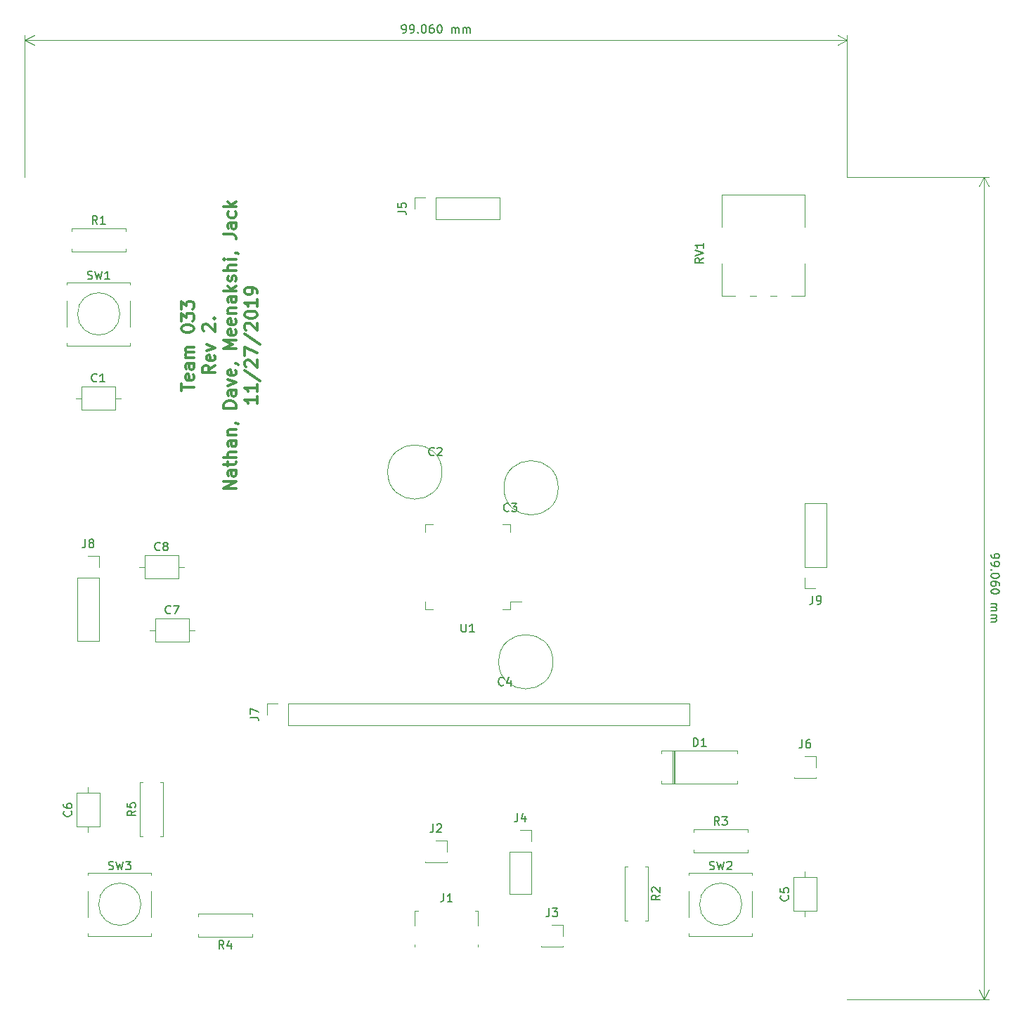
<source format=gto>
G04 #@! TF.GenerationSoftware,KiCad,Pcbnew,5.1.5-52549c5~84~ubuntu18.04.1*
G04 #@! TF.CreationDate,2019-11-27T13:31:26-05:00*
G04 #@! TF.ProjectId,miniPCB,6d696e69-5043-4422-9e6b-696361645f70,rev?*
G04 #@! TF.SameCoordinates,Original*
G04 #@! TF.FileFunction,Legend,Top*
G04 #@! TF.FilePolarity,Positive*
%FSLAX46Y46*%
G04 Gerber Fmt 4.6, Leading zero omitted, Abs format (unit mm)*
G04 Created by KiCad (PCBNEW 5.1.5-52549c5~84~ubuntu18.04.1) date 2019-11-27 13:31:26*
%MOMM*%
%LPD*%
G04 APERTURE LIST*
%ADD10C,0.300000*%
%ADD11C,0.150000*%
%ADD12C,0.120000*%
G04 APERTURE END LIST*
D10*
X122988571Y-82934285D02*
X122988571Y-82077142D01*
X124488571Y-82505714D02*
X122988571Y-82505714D01*
X124417142Y-81005714D02*
X124488571Y-81148571D01*
X124488571Y-81434285D01*
X124417142Y-81577142D01*
X124274285Y-81648571D01*
X123702857Y-81648571D01*
X123560000Y-81577142D01*
X123488571Y-81434285D01*
X123488571Y-81148571D01*
X123560000Y-81005714D01*
X123702857Y-80934285D01*
X123845714Y-80934285D01*
X123988571Y-81648571D01*
X124488571Y-79648571D02*
X123702857Y-79648571D01*
X123560000Y-79720000D01*
X123488571Y-79862857D01*
X123488571Y-80148571D01*
X123560000Y-80291428D01*
X124417142Y-79648571D02*
X124488571Y-79791428D01*
X124488571Y-80148571D01*
X124417142Y-80291428D01*
X124274285Y-80362857D01*
X124131428Y-80362857D01*
X123988571Y-80291428D01*
X123917142Y-80148571D01*
X123917142Y-79791428D01*
X123845714Y-79648571D01*
X124488571Y-78934285D02*
X123488571Y-78934285D01*
X123631428Y-78934285D02*
X123560000Y-78862857D01*
X123488571Y-78720000D01*
X123488571Y-78505714D01*
X123560000Y-78362857D01*
X123702857Y-78291428D01*
X124488571Y-78291428D01*
X123702857Y-78291428D02*
X123560000Y-78220000D01*
X123488571Y-78077142D01*
X123488571Y-77862857D01*
X123560000Y-77720000D01*
X123702857Y-77648571D01*
X124488571Y-77648571D01*
X122988571Y-75505714D02*
X122988571Y-75362857D01*
X123060000Y-75220000D01*
X123131428Y-75148571D01*
X123274285Y-75077142D01*
X123560000Y-75005714D01*
X123917142Y-75005714D01*
X124202857Y-75077142D01*
X124345714Y-75148571D01*
X124417142Y-75220000D01*
X124488571Y-75362857D01*
X124488571Y-75505714D01*
X124417142Y-75648571D01*
X124345714Y-75720000D01*
X124202857Y-75791428D01*
X123917142Y-75862857D01*
X123560000Y-75862857D01*
X123274285Y-75791428D01*
X123131428Y-75720000D01*
X123060000Y-75648571D01*
X122988571Y-75505714D01*
X122988571Y-74505714D02*
X122988571Y-73577142D01*
X123560000Y-74077142D01*
X123560000Y-73862857D01*
X123631428Y-73720000D01*
X123702857Y-73648571D01*
X123845714Y-73577142D01*
X124202857Y-73577142D01*
X124345714Y-73648571D01*
X124417142Y-73720000D01*
X124488571Y-73862857D01*
X124488571Y-74291428D01*
X124417142Y-74434285D01*
X124345714Y-74505714D01*
X122988571Y-73077142D02*
X122988571Y-72148571D01*
X123560000Y-72648571D01*
X123560000Y-72434285D01*
X123631428Y-72291428D01*
X123702857Y-72220000D01*
X123845714Y-72148571D01*
X124202857Y-72148571D01*
X124345714Y-72220000D01*
X124417142Y-72291428D01*
X124488571Y-72434285D01*
X124488571Y-72862857D01*
X124417142Y-73005714D01*
X124345714Y-73077142D01*
X127038571Y-79862857D02*
X126324285Y-80362857D01*
X127038571Y-80720000D02*
X125538571Y-80720000D01*
X125538571Y-80148571D01*
X125610000Y-80005714D01*
X125681428Y-79934285D01*
X125824285Y-79862857D01*
X126038571Y-79862857D01*
X126181428Y-79934285D01*
X126252857Y-80005714D01*
X126324285Y-80148571D01*
X126324285Y-80720000D01*
X126967142Y-78648571D02*
X127038571Y-78791428D01*
X127038571Y-79077142D01*
X126967142Y-79220000D01*
X126824285Y-79291428D01*
X126252857Y-79291428D01*
X126110000Y-79220000D01*
X126038571Y-79077142D01*
X126038571Y-78791428D01*
X126110000Y-78648571D01*
X126252857Y-78577142D01*
X126395714Y-78577142D01*
X126538571Y-79291428D01*
X126038571Y-78077142D02*
X127038571Y-77720000D01*
X126038571Y-77362857D01*
X125681428Y-75720000D02*
X125610000Y-75648571D01*
X125538571Y-75505714D01*
X125538571Y-75148571D01*
X125610000Y-75005714D01*
X125681428Y-74934285D01*
X125824285Y-74862857D01*
X125967142Y-74862857D01*
X126181428Y-74934285D01*
X127038571Y-75791428D01*
X127038571Y-74862857D01*
X126895714Y-74220000D02*
X126967142Y-74148571D01*
X127038571Y-74220000D01*
X126967142Y-74291428D01*
X126895714Y-74220000D01*
X127038571Y-74220000D01*
X129588571Y-94720000D02*
X128088571Y-94720000D01*
X129588571Y-93862857D01*
X128088571Y-93862857D01*
X129588571Y-92505714D02*
X128802857Y-92505714D01*
X128660000Y-92577142D01*
X128588571Y-92720000D01*
X128588571Y-93005714D01*
X128660000Y-93148571D01*
X129517142Y-92505714D02*
X129588571Y-92648571D01*
X129588571Y-93005714D01*
X129517142Y-93148571D01*
X129374285Y-93220000D01*
X129231428Y-93220000D01*
X129088571Y-93148571D01*
X129017142Y-93005714D01*
X129017142Y-92648571D01*
X128945714Y-92505714D01*
X128588571Y-92005714D02*
X128588571Y-91434285D01*
X128088571Y-91791428D02*
X129374285Y-91791428D01*
X129517142Y-91720000D01*
X129588571Y-91577142D01*
X129588571Y-91434285D01*
X129588571Y-90934285D02*
X128088571Y-90934285D01*
X129588571Y-90291428D02*
X128802857Y-90291428D01*
X128660000Y-90362857D01*
X128588571Y-90505714D01*
X128588571Y-90720000D01*
X128660000Y-90862857D01*
X128731428Y-90934285D01*
X129588571Y-88934285D02*
X128802857Y-88934285D01*
X128660000Y-89005714D01*
X128588571Y-89148571D01*
X128588571Y-89434285D01*
X128660000Y-89577142D01*
X129517142Y-88934285D02*
X129588571Y-89077142D01*
X129588571Y-89434285D01*
X129517142Y-89577142D01*
X129374285Y-89648571D01*
X129231428Y-89648571D01*
X129088571Y-89577142D01*
X129017142Y-89434285D01*
X129017142Y-89077142D01*
X128945714Y-88934285D01*
X128588571Y-88220000D02*
X129588571Y-88220000D01*
X128731428Y-88220000D02*
X128660000Y-88148571D01*
X128588571Y-88005714D01*
X128588571Y-87791428D01*
X128660000Y-87648571D01*
X128802857Y-87577142D01*
X129588571Y-87577142D01*
X129517142Y-86791428D02*
X129588571Y-86791428D01*
X129731428Y-86862857D01*
X129802857Y-86934285D01*
X129588571Y-85005714D02*
X128088571Y-85005714D01*
X128088571Y-84648571D01*
X128160000Y-84434285D01*
X128302857Y-84291428D01*
X128445714Y-84220000D01*
X128731428Y-84148571D01*
X128945714Y-84148571D01*
X129231428Y-84220000D01*
X129374285Y-84291428D01*
X129517142Y-84434285D01*
X129588571Y-84648571D01*
X129588571Y-85005714D01*
X129588571Y-82862857D02*
X128802857Y-82862857D01*
X128660000Y-82934285D01*
X128588571Y-83077142D01*
X128588571Y-83362857D01*
X128660000Y-83505714D01*
X129517142Y-82862857D02*
X129588571Y-83005714D01*
X129588571Y-83362857D01*
X129517142Y-83505714D01*
X129374285Y-83577142D01*
X129231428Y-83577142D01*
X129088571Y-83505714D01*
X129017142Y-83362857D01*
X129017142Y-83005714D01*
X128945714Y-82862857D01*
X128588571Y-82291428D02*
X129588571Y-81934285D01*
X128588571Y-81577142D01*
X129517142Y-80434285D02*
X129588571Y-80577142D01*
X129588571Y-80862857D01*
X129517142Y-81005714D01*
X129374285Y-81077142D01*
X128802857Y-81077142D01*
X128660000Y-81005714D01*
X128588571Y-80862857D01*
X128588571Y-80577142D01*
X128660000Y-80434285D01*
X128802857Y-80362857D01*
X128945714Y-80362857D01*
X129088571Y-81077142D01*
X129517142Y-79648571D02*
X129588571Y-79648571D01*
X129731428Y-79720000D01*
X129802857Y-79791428D01*
X129588571Y-77862857D02*
X128088571Y-77862857D01*
X129160000Y-77362857D01*
X128088571Y-76862857D01*
X129588571Y-76862857D01*
X129517142Y-75577142D02*
X129588571Y-75720000D01*
X129588571Y-76005714D01*
X129517142Y-76148571D01*
X129374285Y-76220000D01*
X128802857Y-76220000D01*
X128660000Y-76148571D01*
X128588571Y-76005714D01*
X128588571Y-75720000D01*
X128660000Y-75577142D01*
X128802857Y-75505714D01*
X128945714Y-75505714D01*
X129088571Y-76220000D01*
X129517142Y-74291428D02*
X129588571Y-74434285D01*
X129588571Y-74720000D01*
X129517142Y-74862857D01*
X129374285Y-74934285D01*
X128802857Y-74934285D01*
X128660000Y-74862857D01*
X128588571Y-74720000D01*
X128588571Y-74434285D01*
X128660000Y-74291428D01*
X128802857Y-74220000D01*
X128945714Y-74220000D01*
X129088571Y-74934285D01*
X128588571Y-73577142D02*
X129588571Y-73577142D01*
X128731428Y-73577142D02*
X128660000Y-73505714D01*
X128588571Y-73362857D01*
X128588571Y-73148571D01*
X128660000Y-73005714D01*
X128802857Y-72934285D01*
X129588571Y-72934285D01*
X129588571Y-71577142D02*
X128802857Y-71577142D01*
X128660000Y-71648571D01*
X128588571Y-71791428D01*
X128588571Y-72077142D01*
X128660000Y-72220000D01*
X129517142Y-71577142D02*
X129588571Y-71720000D01*
X129588571Y-72077142D01*
X129517142Y-72220000D01*
X129374285Y-72291428D01*
X129231428Y-72291428D01*
X129088571Y-72220000D01*
X129017142Y-72077142D01*
X129017142Y-71720000D01*
X128945714Y-71577142D01*
X129588571Y-70862857D02*
X128088571Y-70862857D01*
X129017142Y-70720000D02*
X129588571Y-70291428D01*
X128588571Y-70291428D02*
X129160000Y-70862857D01*
X129517142Y-69720000D02*
X129588571Y-69577142D01*
X129588571Y-69291428D01*
X129517142Y-69148571D01*
X129374285Y-69077142D01*
X129302857Y-69077142D01*
X129160000Y-69148571D01*
X129088571Y-69291428D01*
X129088571Y-69505714D01*
X129017142Y-69648571D01*
X128874285Y-69720000D01*
X128802857Y-69720000D01*
X128660000Y-69648571D01*
X128588571Y-69505714D01*
X128588571Y-69291428D01*
X128660000Y-69148571D01*
X129588571Y-68434285D02*
X128088571Y-68434285D01*
X129588571Y-67791428D02*
X128802857Y-67791428D01*
X128660000Y-67862857D01*
X128588571Y-68005714D01*
X128588571Y-68220000D01*
X128660000Y-68362857D01*
X128731428Y-68434285D01*
X129588571Y-67077142D02*
X128588571Y-67077142D01*
X128088571Y-67077142D02*
X128160000Y-67148571D01*
X128231428Y-67077142D01*
X128160000Y-67005714D01*
X128088571Y-67077142D01*
X128231428Y-67077142D01*
X129517142Y-66291428D02*
X129588571Y-66291428D01*
X129731428Y-66362857D01*
X129802857Y-66434285D01*
X128088571Y-64077142D02*
X129160000Y-64077142D01*
X129374285Y-64148571D01*
X129517142Y-64291428D01*
X129588571Y-64505714D01*
X129588571Y-64648571D01*
X129588571Y-62720000D02*
X128802857Y-62720000D01*
X128660000Y-62791428D01*
X128588571Y-62934285D01*
X128588571Y-63220000D01*
X128660000Y-63362857D01*
X129517142Y-62720000D02*
X129588571Y-62862857D01*
X129588571Y-63220000D01*
X129517142Y-63362857D01*
X129374285Y-63434285D01*
X129231428Y-63434285D01*
X129088571Y-63362857D01*
X129017142Y-63220000D01*
X129017142Y-62862857D01*
X128945714Y-62720000D01*
X129517142Y-61362857D02*
X129588571Y-61505714D01*
X129588571Y-61791428D01*
X129517142Y-61934285D01*
X129445714Y-62005714D01*
X129302857Y-62077142D01*
X128874285Y-62077142D01*
X128731428Y-62005714D01*
X128660000Y-61934285D01*
X128588571Y-61791428D01*
X128588571Y-61505714D01*
X128660000Y-61362857D01*
X129588571Y-60720000D02*
X128088571Y-60720000D01*
X129017142Y-60577142D02*
X129588571Y-60148571D01*
X128588571Y-60148571D02*
X129160000Y-60720000D01*
X132138571Y-83612857D02*
X132138571Y-84470000D01*
X132138571Y-84041428D02*
X130638571Y-84041428D01*
X130852857Y-84184285D01*
X130995714Y-84327142D01*
X131067142Y-84470000D01*
X132138571Y-82184285D02*
X132138571Y-83041428D01*
X132138571Y-82612857D02*
X130638571Y-82612857D01*
X130852857Y-82755714D01*
X130995714Y-82898571D01*
X131067142Y-83041428D01*
X130567142Y-80470000D02*
X132495714Y-81755714D01*
X130781428Y-80041428D02*
X130710000Y-79970000D01*
X130638571Y-79827142D01*
X130638571Y-79470000D01*
X130710000Y-79327142D01*
X130781428Y-79255714D01*
X130924285Y-79184285D01*
X131067142Y-79184285D01*
X131281428Y-79255714D01*
X132138571Y-80112857D01*
X132138571Y-79184285D01*
X130638571Y-78684285D02*
X130638571Y-77684285D01*
X132138571Y-78327142D01*
X130567142Y-76041428D02*
X132495714Y-77327142D01*
X130781428Y-75612857D02*
X130710000Y-75541428D01*
X130638571Y-75398571D01*
X130638571Y-75041428D01*
X130710000Y-74898571D01*
X130781428Y-74827142D01*
X130924285Y-74755714D01*
X131067142Y-74755714D01*
X131281428Y-74827142D01*
X132138571Y-75684285D01*
X132138571Y-74755714D01*
X130638571Y-73827142D02*
X130638571Y-73684285D01*
X130710000Y-73541428D01*
X130781428Y-73470000D01*
X130924285Y-73398571D01*
X131210000Y-73327142D01*
X131567142Y-73327142D01*
X131852857Y-73398571D01*
X131995714Y-73470000D01*
X132067142Y-73541428D01*
X132138571Y-73684285D01*
X132138571Y-73827142D01*
X132067142Y-73970000D01*
X131995714Y-74041428D01*
X131852857Y-74112857D01*
X131567142Y-74184285D01*
X131210000Y-74184285D01*
X130924285Y-74112857D01*
X130781428Y-74041428D01*
X130710000Y-73970000D01*
X130638571Y-73827142D01*
X132138571Y-71898571D02*
X132138571Y-72755714D01*
X132138571Y-72327142D02*
X130638571Y-72327142D01*
X130852857Y-72470000D01*
X130995714Y-72612857D01*
X131067142Y-72755714D01*
X132138571Y-71184285D02*
X132138571Y-70898571D01*
X132067142Y-70755714D01*
X131995714Y-70684285D01*
X131781428Y-70541428D01*
X131495714Y-70470000D01*
X130924285Y-70470000D01*
X130781428Y-70541428D01*
X130710000Y-70612857D01*
X130638571Y-70755714D01*
X130638571Y-71041428D01*
X130710000Y-71184285D01*
X130781428Y-71255714D01*
X130924285Y-71327142D01*
X131281428Y-71327142D01*
X131424285Y-71255714D01*
X131495714Y-71184285D01*
X131567142Y-71041428D01*
X131567142Y-70755714D01*
X131495714Y-70612857D01*
X131424285Y-70541428D01*
X131281428Y-70470000D01*
D11*
X220527619Y-102632380D02*
X220527619Y-102822857D01*
X220575238Y-102918095D01*
X220622857Y-102965714D01*
X220765714Y-103060952D01*
X220956190Y-103108571D01*
X221337142Y-103108571D01*
X221432380Y-103060952D01*
X221480000Y-103013333D01*
X221527619Y-102918095D01*
X221527619Y-102727619D01*
X221480000Y-102632380D01*
X221432380Y-102584761D01*
X221337142Y-102537142D01*
X221099047Y-102537142D01*
X221003809Y-102584761D01*
X220956190Y-102632380D01*
X220908571Y-102727619D01*
X220908571Y-102918095D01*
X220956190Y-103013333D01*
X221003809Y-103060952D01*
X221099047Y-103108571D01*
X220527619Y-103584761D02*
X220527619Y-103775238D01*
X220575238Y-103870476D01*
X220622857Y-103918095D01*
X220765714Y-104013333D01*
X220956190Y-104060952D01*
X221337142Y-104060952D01*
X221432380Y-104013333D01*
X221480000Y-103965714D01*
X221527619Y-103870476D01*
X221527619Y-103680000D01*
X221480000Y-103584761D01*
X221432380Y-103537142D01*
X221337142Y-103489523D01*
X221099047Y-103489523D01*
X221003809Y-103537142D01*
X220956190Y-103584761D01*
X220908571Y-103680000D01*
X220908571Y-103870476D01*
X220956190Y-103965714D01*
X221003809Y-104013333D01*
X221099047Y-104060952D01*
X220622857Y-104489523D02*
X220575238Y-104537142D01*
X220527619Y-104489523D01*
X220575238Y-104441904D01*
X220622857Y-104489523D01*
X220527619Y-104489523D01*
X221527619Y-105156190D02*
X221527619Y-105251428D01*
X221480000Y-105346666D01*
X221432380Y-105394285D01*
X221337142Y-105441904D01*
X221146666Y-105489523D01*
X220908571Y-105489523D01*
X220718095Y-105441904D01*
X220622857Y-105394285D01*
X220575238Y-105346666D01*
X220527619Y-105251428D01*
X220527619Y-105156190D01*
X220575238Y-105060952D01*
X220622857Y-105013333D01*
X220718095Y-104965714D01*
X220908571Y-104918095D01*
X221146666Y-104918095D01*
X221337142Y-104965714D01*
X221432380Y-105013333D01*
X221480000Y-105060952D01*
X221527619Y-105156190D01*
X221527619Y-106346666D02*
X221527619Y-106156190D01*
X221480000Y-106060952D01*
X221432380Y-106013333D01*
X221289523Y-105918095D01*
X221099047Y-105870476D01*
X220718095Y-105870476D01*
X220622857Y-105918095D01*
X220575238Y-105965714D01*
X220527619Y-106060952D01*
X220527619Y-106251428D01*
X220575238Y-106346666D01*
X220622857Y-106394285D01*
X220718095Y-106441904D01*
X220956190Y-106441904D01*
X221051428Y-106394285D01*
X221099047Y-106346666D01*
X221146666Y-106251428D01*
X221146666Y-106060952D01*
X221099047Y-105965714D01*
X221051428Y-105918095D01*
X220956190Y-105870476D01*
X221527619Y-107060952D02*
X221527619Y-107156190D01*
X221480000Y-107251428D01*
X221432380Y-107299047D01*
X221337142Y-107346666D01*
X221146666Y-107394285D01*
X220908571Y-107394285D01*
X220718095Y-107346666D01*
X220622857Y-107299047D01*
X220575238Y-107251428D01*
X220527619Y-107156190D01*
X220527619Y-107060952D01*
X220575238Y-106965714D01*
X220622857Y-106918095D01*
X220718095Y-106870476D01*
X220908571Y-106822857D01*
X221146666Y-106822857D01*
X221337142Y-106870476D01*
X221432380Y-106918095D01*
X221480000Y-106965714D01*
X221527619Y-107060952D01*
X220527619Y-108584761D02*
X221194285Y-108584761D01*
X221099047Y-108584761D02*
X221146666Y-108632380D01*
X221194285Y-108727619D01*
X221194285Y-108870476D01*
X221146666Y-108965714D01*
X221051428Y-109013333D01*
X220527619Y-109013333D01*
X221051428Y-109013333D02*
X221146666Y-109060952D01*
X221194285Y-109156190D01*
X221194285Y-109299047D01*
X221146666Y-109394285D01*
X221051428Y-109441904D01*
X220527619Y-109441904D01*
X220527619Y-109918095D02*
X221194285Y-109918095D01*
X221099047Y-109918095D02*
X221146666Y-109965714D01*
X221194285Y-110060952D01*
X221194285Y-110203809D01*
X221146666Y-110299047D01*
X221051428Y-110346666D01*
X220527619Y-110346666D01*
X221051428Y-110346666D02*
X221146666Y-110394285D01*
X221194285Y-110489523D01*
X221194285Y-110632380D01*
X221146666Y-110727619D01*
X221051428Y-110775238D01*
X220527619Y-110775238D01*
D12*
X219710000Y-57150000D02*
X219710000Y-156210000D01*
X203200000Y-57150000D02*
X220296421Y-57150000D01*
X203200000Y-156210000D02*
X220296421Y-156210000D01*
X219710000Y-156210000D02*
X219123579Y-155083496D01*
X219710000Y-156210000D02*
X220296421Y-155083496D01*
X219710000Y-57150000D02*
X219123579Y-58276504D01*
X219710000Y-57150000D02*
X220296421Y-58276504D01*
D11*
X149622380Y-39822380D02*
X149812857Y-39822380D01*
X149908095Y-39774761D01*
X149955714Y-39727142D01*
X150050952Y-39584285D01*
X150098571Y-39393809D01*
X150098571Y-39012857D01*
X150050952Y-38917619D01*
X150003333Y-38870000D01*
X149908095Y-38822380D01*
X149717619Y-38822380D01*
X149622380Y-38870000D01*
X149574761Y-38917619D01*
X149527142Y-39012857D01*
X149527142Y-39250952D01*
X149574761Y-39346190D01*
X149622380Y-39393809D01*
X149717619Y-39441428D01*
X149908095Y-39441428D01*
X150003333Y-39393809D01*
X150050952Y-39346190D01*
X150098571Y-39250952D01*
X150574761Y-39822380D02*
X150765238Y-39822380D01*
X150860476Y-39774761D01*
X150908095Y-39727142D01*
X151003333Y-39584285D01*
X151050952Y-39393809D01*
X151050952Y-39012857D01*
X151003333Y-38917619D01*
X150955714Y-38870000D01*
X150860476Y-38822380D01*
X150670000Y-38822380D01*
X150574761Y-38870000D01*
X150527142Y-38917619D01*
X150479523Y-39012857D01*
X150479523Y-39250952D01*
X150527142Y-39346190D01*
X150574761Y-39393809D01*
X150670000Y-39441428D01*
X150860476Y-39441428D01*
X150955714Y-39393809D01*
X151003333Y-39346190D01*
X151050952Y-39250952D01*
X151479523Y-39727142D02*
X151527142Y-39774761D01*
X151479523Y-39822380D01*
X151431904Y-39774761D01*
X151479523Y-39727142D01*
X151479523Y-39822380D01*
X152146190Y-38822380D02*
X152241428Y-38822380D01*
X152336666Y-38870000D01*
X152384285Y-38917619D01*
X152431904Y-39012857D01*
X152479523Y-39203333D01*
X152479523Y-39441428D01*
X152431904Y-39631904D01*
X152384285Y-39727142D01*
X152336666Y-39774761D01*
X152241428Y-39822380D01*
X152146190Y-39822380D01*
X152050952Y-39774761D01*
X152003333Y-39727142D01*
X151955714Y-39631904D01*
X151908095Y-39441428D01*
X151908095Y-39203333D01*
X151955714Y-39012857D01*
X152003333Y-38917619D01*
X152050952Y-38870000D01*
X152146190Y-38822380D01*
X153336666Y-38822380D02*
X153146190Y-38822380D01*
X153050952Y-38870000D01*
X153003333Y-38917619D01*
X152908095Y-39060476D01*
X152860476Y-39250952D01*
X152860476Y-39631904D01*
X152908095Y-39727142D01*
X152955714Y-39774761D01*
X153050952Y-39822380D01*
X153241428Y-39822380D01*
X153336666Y-39774761D01*
X153384285Y-39727142D01*
X153431904Y-39631904D01*
X153431904Y-39393809D01*
X153384285Y-39298571D01*
X153336666Y-39250952D01*
X153241428Y-39203333D01*
X153050952Y-39203333D01*
X152955714Y-39250952D01*
X152908095Y-39298571D01*
X152860476Y-39393809D01*
X154050952Y-38822380D02*
X154146190Y-38822380D01*
X154241428Y-38870000D01*
X154289047Y-38917619D01*
X154336666Y-39012857D01*
X154384285Y-39203333D01*
X154384285Y-39441428D01*
X154336666Y-39631904D01*
X154289047Y-39727142D01*
X154241428Y-39774761D01*
X154146190Y-39822380D01*
X154050952Y-39822380D01*
X153955714Y-39774761D01*
X153908095Y-39727142D01*
X153860476Y-39631904D01*
X153812857Y-39441428D01*
X153812857Y-39203333D01*
X153860476Y-39012857D01*
X153908095Y-38917619D01*
X153955714Y-38870000D01*
X154050952Y-38822380D01*
X155574761Y-39822380D02*
X155574761Y-39155714D01*
X155574761Y-39250952D02*
X155622380Y-39203333D01*
X155717619Y-39155714D01*
X155860476Y-39155714D01*
X155955714Y-39203333D01*
X156003333Y-39298571D01*
X156003333Y-39822380D01*
X156003333Y-39298571D02*
X156050952Y-39203333D01*
X156146190Y-39155714D01*
X156289047Y-39155714D01*
X156384285Y-39203333D01*
X156431904Y-39298571D01*
X156431904Y-39822380D01*
X156908095Y-39822380D02*
X156908095Y-39155714D01*
X156908095Y-39250952D02*
X156955714Y-39203333D01*
X157050952Y-39155714D01*
X157193809Y-39155714D01*
X157289047Y-39203333D01*
X157336666Y-39298571D01*
X157336666Y-39822380D01*
X157336666Y-39298571D02*
X157384285Y-39203333D01*
X157479523Y-39155714D01*
X157622380Y-39155714D01*
X157717619Y-39203333D01*
X157765238Y-39298571D01*
X157765238Y-39822380D01*
D12*
X104140000Y-40640000D02*
X203200000Y-40640000D01*
X104140000Y-57150000D02*
X104140000Y-40053579D01*
X203200000Y-57150000D02*
X203200000Y-40053579D01*
X203200000Y-40640000D02*
X202073496Y-41226421D01*
X203200000Y-40640000D02*
X202073496Y-40053579D01*
X104140000Y-40640000D02*
X105266504Y-41226421D01*
X104140000Y-40640000D02*
X105266504Y-40053579D01*
X154380000Y-92710000D02*
G75*
G03X154380000Y-92710000I-3270000J0D01*
G01*
X167755000Y-115570000D02*
G75*
G03X167755000Y-115570000I-3270000J0D01*
G01*
X168390000Y-94615000D02*
G75*
G03X168390000Y-94615000I-3270000J0D01*
G01*
X162590000Y-108300000D02*
X163930000Y-108300000D01*
X162590000Y-109250000D02*
X162590000Y-108300000D01*
X161640000Y-109250000D02*
X162590000Y-109250000D01*
X152370000Y-109250000D02*
X152370000Y-108300000D01*
X153320000Y-109250000D02*
X152370000Y-109250000D01*
X162590000Y-99030000D02*
X162590000Y-99980000D01*
X161640000Y-99030000D02*
X162590000Y-99030000D01*
X152370000Y-99030000D02*
X152370000Y-99980000D01*
X153320000Y-99030000D02*
X152370000Y-99030000D01*
X118110000Y-144780000D02*
G75*
G03X118110000Y-144780000I-2540000J0D01*
G01*
X111760000Y-148290000D02*
X111760000Y-148590000D01*
X119380000Y-148290000D02*
X119380000Y-148590000D01*
X111760000Y-143210000D02*
X111760000Y-146350000D01*
X119380000Y-143210000D02*
X119380000Y-146350000D01*
X111760000Y-140970000D02*
X111760000Y-141270000D01*
X119380000Y-148590000D02*
X111760000Y-148590000D01*
X119380000Y-140970000D02*
X119380000Y-141270000D01*
X111760000Y-140970000D02*
X119380000Y-140970000D01*
X190500000Y-144780000D02*
G75*
G03X190500000Y-144780000I-2540000J0D01*
G01*
X184150000Y-148290000D02*
X184150000Y-148590000D01*
X191770000Y-148290000D02*
X191770000Y-148590000D01*
X184150000Y-143210000D02*
X184150000Y-146350000D01*
X191770000Y-143210000D02*
X191770000Y-146350000D01*
X184150000Y-140970000D02*
X184150000Y-141270000D01*
X191770000Y-148590000D02*
X184150000Y-148590000D01*
X191770000Y-140970000D02*
X191770000Y-141270000D01*
X184150000Y-140970000D02*
X191770000Y-140970000D01*
X115570000Y-73660000D02*
G75*
G03X115570000Y-73660000I-2540000J0D01*
G01*
X109220000Y-77170000D02*
X109220000Y-77470000D01*
X116840000Y-77170000D02*
X116840000Y-77470000D01*
X109220000Y-72090000D02*
X109220000Y-75230000D01*
X116840000Y-72090000D02*
X116840000Y-75230000D01*
X109220000Y-69850000D02*
X109220000Y-70150000D01*
X116840000Y-77470000D02*
X109220000Y-77470000D01*
X116840000Y-69850000D02*
X116840000Y-70150000D01*
X109220000Y-69850000D02*
X116840000Y-69850000D01*
X188059000Y-59270000D02*
X198100000Y-59270000D01*
X196450000Y-71510000D02*
X198100000Y-71510000D01*
X193951000Y-71510000D02*
X194710000Y-71510000D01*
X191451000Y-71510000D02*
X192210000Y-71510000D01*
X188059000Y-71510000D02*
X189709000Y-71510000D01*
X198100000Y-63206000D02*
X198100000Y-59270000D01*
X198100000Y-71510000D02*
X198100000Y-67573000D01*
X188059000Y-63206000D02*
X188059000Y-59270000D01*
X188059000Y-71510000D02*
X188059000Y-67573000D01*
X120750000Y-130080000D02*
X120420000Y-130080000D01*
X120750000Y-136620000D02*
X120750000Y-130080000D01*
X120420000Y-136620000D02*
X120750000Y-136620000D01*
X118010000Y-130080000D02*
X118340000Y-130080000D01*
X118010000Y-136620000D02*
X118010000Y-130080000D01*
X118340000Y-136620000D02*
X118010000Y-136620000D01*
X125000000Y-145950000D02*
X125000000Y-146280000D01*
X131540000Y-145950000D02*
X125000000Y-145950000D01*
X131540000Y-146280000D02*
X131540000Y-145950000D01*
X125000000Y-148690000D02*
X125000000Y-148360000D01*
X131540000Y-148690000D02*
X125000000Y-148690000D01*
X131540000Y-148360000D02*
X131540000Y-148690000D01*
X191230000Y-138530000D02*
X191230000Y-138200000D01*
X184690000Y-138530000D02*
X191230000Y-138530000D01*
X184690000Y-138200000D02*
X184690000Y-138530000D01*
X191230000Y-135790000D02*
X191230000Y-136120000D01*
X184690000Y-135790000D02*
X191230000Y-135790000D01*
X184690000Y-136120000D02*
X184690000Y-135790000D01*
X176430000Y-146780000D02*
X176760000Y-146780000D01*
X176430000Y-140240000D02*
X176430000Y-146780000D01*
X176760000Y-140240000D02*
X176430000Y-140240000D01*
X179170000Y-146780000D02*
X178840000Y-146780000D01*
X179170000Y-140240000D02*
X179170000Y-146780000D01*
X178840000Y-140240000D02*
X179170000Y-140240000D01*
X116300000Y-66140000D02*
X116300000Y-65810000D01*
X109760000Y-66140000D02*
X116300000Y-66140000D01*
X109760000Y-65810000D02*
X109760000Y-66140000D01*
X116300000Y-63400000D02*
X116300000Y-63730000D01*
X109760000Y-63400000D02*
X116300000Y-63400000D01*
X109760000Y-63730000D02*
X109760000Y-63400000D01*
X199390000Y-106740000D02*
X198060000Y-106740000D01*
X198060000Y-106740000D02*
X198060000Y-105410000D01*
X198060000Y-104140000D02*
X198060000Y-96460000D01*
X200720000Y-96460000D02*
X198060000Y-96460000D01*
X200720000Y-104140000D02*
X200720000Y-96460000D01*
X200720000Y-104140000D02*
X198060000Y-104140000D01*
X111760000Y-102810000D02*
X113090000Y-102810000D01*
X113090000Y-102810000D02*
X113090000Y-104140000D01*
X113090000Y-105410000D02*
X113090000Y-113090000D01*
X110430000Y-113090000D02*
X113090000Y-113090000D01*
X110430000Y-105410000D02*
X110430000Y-113090000D01*
X110430000Y-105410000D02*
X113090000Y-105410000D01*
X133290000Y-121920000D02*
X133290000Y-120590000D01*
X133290000Y-120590000D02*
X134620000Y-120590000D01*
X135890000Y-120590000D02*
X184210000Y-120590000D01*
X184210000Y-123250000D02*
X184210000Y-120590000D01*
X135890000Y-123250000D02*
X184210000Y-123250000D01*
X135890000Y-123250000D02*
X135890000Y-120590000D01*
X198120000Y-126940000D02*
X199450000Y-126940000D01*
X199450000Y-126940000D02*
X199450000Y-128270000D01*
X199450000Y-129480000D02*
X199450000Y-129600000D01*
X196790000Y-129480000D02*
X196790000Y-129600000D01*
X196790000Y-129600000D02*
X199450000Y-129600000D01*
X151070000Y-60960000D02*
X151070000Y-59630000D01*
X151070000Y-59630000D02*
X152400000Y-59630000D01*
X153670000Y-59630000D02*
X161350000Y-59630000D01*
X161350000Y-62290000D02*
X161350000Y-59630000D01*
X153670000Y-62290000D02*
X161350000Y-62290000D01*
X153670000Y-62290000D02*
X153670000Y-59630000D01*
X163830000Y-135830000D02*
X165160000Y-135830000D01*
X165160000Y-135830000D02*
X165160000Y-137160000D01*
X165160000Y-138430000D02*
X165160000Y-143570000D01*
X162500000Y-143570000D02*
X165160000Y-143570000D01*
X162500000Y-138430000D02*
X162500000Y-143570000D01*
X162500000Y-138430000D02*
X165160000Y-138430000D01*
X167640000Y-147260000D02*
X168970000Y-147260000D01*
X168970000Y-147260000D02*
X168970000Y-148590000D01*
X168970000Y-149800000D02*
X168970000Y-149920000D01*
X166310000Y-149800000D02*
X166310000Y-149920000D01*
X166310000Y-149920000D02*
X168970000Y-149920000D01*
X153670000Y-137100000D02*
X155000000Y-137100000D01*
X155000000Y-137100000D02*
X155000000Y-138430000D01*
X155000000Y-139640000D02*
X155000000Y-139760000D01*
X152340000Y-139640000D02*
X152340000Y-139760000D01*
X152340000Y-139760000D02*
X155000000Y-139760000D01*
X151130000Y-149920000D02*
X151130000Y-149660000D01*
X151130000Y-147380000D02*
X151130000Y-145610000D01*
X151130000Y-145610000D02*
X151510000Y-145610000D01*
X158750000Y-145610000D02*
X158750000Y-147380000D01*
X158750000Y-149660000D02*
X158750000Y-149920000D01*
X158750000Y-145610000D02*
X158370000Y-145610000D01*
X182185000Y-126300000D02*
X182185000Y-130240000D01*
X182425000Y-126300000D02*
X182425000Y-130240000D01*
X182305000Y-126300000D02*
X182305000Y-130240000D01*
X189990000Y-130240000D02*
X189990000Y-129910000D01*
X180850000Y-130240000D02*
X189990000Y-130240000D01*
X180850000Y-129910000D02*
X180850000Y-130240000D01*
X189990000Y-126300000D02*
X189990000Y-126630000D01*
X180850000Y-126300000D02*
X189990000Y-126300000D01*
X180850000Y-126630000D02*
X180850000Y-126300000D01*
X123300000Y-104140000D02*
X122610000Y-104140000D01*
X117880000Y-104140000D02*
X118570000Y-104140000D01*
X122610000Y-102720000D02*
X118570000Y-102720000D01*
X122610000Y-105560000D02*
X122610000Y-102720000D01*
X118570000Y-105560000D02*
X122610000Y-105560000D01*
X118570000Y-102720000D02*
X118570000Y-105560000D01*
X124570000Y-111760000D02*
X123880000Y-111760000D01*
X119150000Y-111760000D02*
X119840000Y-111760000D01*
X123880000Y-110340000D02*
X119840000Y-110340000D01*
X123880000Y-113180000D02*
X123880000Y-110340000D01*
X119840000Y-113180000D02*
X123880000Y-113180000D01*
X119840000Y-110340000D02*
X119840000Y-113180000D01*
X111760000Y-130700000D02*
X111760000Y-131390000D01*
X111760000Y-136120000D02*
X111760000Y-135430000D01*
X110340000Y-131390000D02*
X110340000Y-135430000D01*
X113180000Y-131390000D02*
X110340000Y-131390000D01*
X113180000Y-135430000D02*
X113180000Y-131390000D01*
X110340000Y-135430000D02*
X113180000Y-135430000D01*
X198120000Y-140860000D02*
X198120000Y-141550000D01*
X198120000Y-146280000D02*
X198120000Y-145590000D01*
X196700000Y-141550000D02*
X196700000Y-145590000D01*
X199540000Y-141550000D02*
X196700000Y-141550000D01*
X199540000Y-145590000D02*
X199540000Y-141550000D01*
X196700000Y-145590000D02*
X199540000Y-145590000D01*
X115680000Y-83820000D02*
X114990000Y-83820000D01*
X110260000Y-83820000D02*
X110950000Y-83820000D01*
X114990000Y-82400000D02*
X110950000Y-82400000D01*
X114990000Y-85240000D02*
X114990000Y-82400000D01*
X110950000Y-85240000D02*
X114990000Y-85240000D01*
X110950000Y-82400000D02*
X110950000Y-85240000D01*
D11*
X153443333Y-90647142D02*
X153395714Y-90694761D01*
X153252857Y-90742380D01*
X153157619Y-90742380D01*
X153014761Y-90694761D01*
X152919523Y-90599523D01*
X152871904Y-90504285D01*
X152824285Y-90313809D01*
X152824285Y-90170952D01*
X152871904Y-89980476D01*
X152919523Y-89885238D01*
X153014761Y-89790000D01*
X153157619Y-89742380D01*
X153252857Y-89742380D01*
X153395714Y-89790000D01*
X153443333Y-89837619D01*
X153824285Y-89837619D02*
X153871904Y-89790000D01*
X153967142Y-89742380D01*
X154205238Y-89742380D01*
X154300476Y-89790000D01*
X154348095Y-89837619D01*
X154395714Y-89932857D01*
X154395714Y-90028095D01*
X154348095Y-90170952D01*
X153776666Y-90742380D01*
X154395714Y-90742380D01*
X161818333Y-118347142D02*
X161770714Y-118394761D01*
X161627857Y-118442380D01*
X161532619Y-118442380D01*
X161389761Y-118394761D01*
X161294523Y-118299523D01*
X161246904Y-118204285D01*
X161199285Y-118013809D01*
X161199285Y-117870952D01*
X161246904Y-117680476D01*
X161294523Y-117585238D01*
X161389761Y-117490000D01*
X161532619Y-117442380D01*
X161627857Y-117442380D01*
X161770714Y-117490000D01*
X161818333Y-117537619D01*
X162675476Y-117775714D02*
X162675476Y-118442380D01*
X162437380Y-117394761D02*
X162199285Y-118109047D01*
X162818333Y-118109047D01*
X162453333Y-97392142D02*
X162405714Y-97439761D01*
X162262857Y-97487380D01*
X162167619Y-97487380D01*
X162024761Y-97439761D01*
X161929523Y-97344523D01*
X161881904Y-97249285D01*
X161834285Y-97058809D01*
X161834285Y-96915952D01*
X161881904Y-96725476D01*
X161929523Y-96630238D01*
X162024761Y-96535000D01*
X162167619Y-96487380D01*
X162262857Y-96487380D01*
X162405714Y-96535000D01*
X162453333Y-96582619D01*
X162786666Y-96487380D02*
X163405714Y-96487380D01*
X163072380Y-96868333D01*
X163215238Y-96868333D01*
X163310476Y-96915952D01*
X163358095Y-96963571D01*
X163405714Y-97058809D01*
X163405714Y-97296904D01*
X163358095Y-97392142D01*
X163310476Y-97439761D01*
X163215238Y-97487380D01*
X162929523Y-97487380D01*
X162834285Y-97439761D01*
X162786666Y-97392142D01*
X156718095Y-110992380D02*
X156718095Y-111801904D01*
X156765714Y-111897142D01*
X156813333Y-111944761D01*
X156908571Y-111992380D01*
X157099047Y-111992380D01*
X157194285Y-111944761D01*
X157241904Y-111897142D01*
X157289523Y-111801904D01*
X157289523Y-110992380D01*
X158289523Y-111992380D02*
X157718095Y-111992380D01*
X158003809Y-111992380D02*
X158003809Y-110992380D01*
X157908571Y-111135238D01*
X157813333Y-111230476D01*
X157718095Y-111278095D01*
X114236666Y-140564761D02*
X114379523Y-140612380D01*
X114617619Y-140612380D01*
X114712857Y-140564761D01*
X114760476Y-140517142D01*
X114808095Y-140421904D01*
X114808095Y-140326666D01*
X114760476Y-140231428D01*
X114712857Y-140183809D01*
X114617619Y-140136190D01*
X114427142Y-140088571D01*
X114331904Y-140040952D01*
X114284285Y-139993333D01*
X114236666Y-139898095D01*
X114236666Y-139802857D01*
X114284285Y-139707619D01*
X114331904Y-139660000D01*
X114427142Y-139612380D01*
X114665238Y-139612380D01*
X114808095Y-139660000D01*
X115141428Y-139612380D02*
X115379523Y-140612380D01*
X115570000Y-139898095D01*
X115760476Y-140612380D01*
X115998571Y-139612380D01*
X116284285Y-139612380D02*
X116903333Y-139612380D01*
X116570000Y-139993333D01*
X116712857Y-139993333D01*
X116808095Y-140040952D01*
X116855714Y-140088571D01*
X116903333Y-140183809D01*
X116903333Y-140421904D01*
X116855714Y-140517142D01*
X116808095Y-140564761D01*
X116712857Y-140612380D01*
X116427142Y-140612380D01*
X116331904Y-140564761D01*
X116284285Y-140517142D01*
X186626666Y-140564761D02*
X186769523Y-140612380D01*
X187007619Y-140612380D01*
X187102857Y-140564761D01*
X187150476Y-140517142D01*
X187198095Y-140421904D01*
X187198095Y-140326666D01*
X187150476Y-140231428D01*
X187102857Y-140183809D01*
X187007619Y-140136190D01*
X186817142Y-140088571D01*
X186721904Y-140040952D01*
X186674285Y-139993333D01*
X186626666Y-139898095D01*
X186626666Y-139802857D01*
X186674285Y-139707619D01*
X186721904Y-139660000D01*
X186817142Y-139612380D01*
X187055238Y-139612380D01*
X187198095Y-139660000D01*
X187531428Y-139612380D02*
X187769523Y-140612380D01*
X187960000Y-139898095D01*
X188150476Y-140612380D01*
X188388571Y-139612380D01*
X188721904Y-139707619D02*
X188769523Y-139660000D01*
X188864761Y-139612380D01*
X189102857Y-139612380D01*
X189198095Y-139660000D01*
X189245714Y-139707619D01*
X189293333Y-139802857D01*
X189293333Y-139898095D01*
X189245714Y-140040952D01*
X188674285Y-140612380D01*
X189293333Y-140612380D01*
X111696666Y-69444761D02*
X111839523Y-69492380D01*
X112077619Y-69492380D01*
X112172857Y-69444761D01*
X112220476Y-69397142D01*
X112268095Y-69301904D01*
X112268095Y-69206666D01*
X112220476Y-69111428D01*
X112172857Y-69063809D01*
X112077619Y-69016190D01*
X111887142Y-68968571D01*
X111791904Y-68920952D01*
X111744285Y-68873333D01*
X111696666Y-68778095D01*
X111696666Y-68682857D01*
X111744285Y-68587619D01*
X111791904Y-68540000D01*
X111887142Y-68492380D01*
X112125238Y-68492380D01*
X112268095Y-68540000D01*
X112601428Y-68492380D02*
X112839523Y-69492380D01*
X113030000Y-68778095D01*
X113220476Y-69492380D01*
X113458571Y-68492380D01*
X114363333Y-69492380D02*
X113791904Y-69492380D01*
X114077619Y-69492380D02*
X114077619Y-68492380D01*
X113982380Y-68635238D01*
X113887142Y-68730476D01*
X113791904Y-68778095D01*
X185882380Y-66935238D02*
X185406190Y-67268571D01*
X185882380Y-67506666D02*
X184882380Y-67506666D01*
X184882380Y-67125714D01*
X184930000Y-67030476D01*
X184977619Y-66982857D01*
X185072857Y-66935238D01*
X185215714Y-66935238D01*
X185310952Y-66982857D01*
X185358571Y-67030476D01*
X185406190Y-67125714D01*
X185406190Y-67506666D01*
X184882380Y-66649523D02*
X185882380Y-66316190D01*
X184882380Y-65982857D01*
X185882380Y-65125714D02*
X185882380Y-65697142D01*
X185882380Y-65411428D02*
X184882380Y-65411428D01*
X185025238Y-65506666D01*
X185120476Y-65601904D01*
X185168095Y-65697142D01*
X117462380Y-133516666D02*
X116986190Y-133850000D01*
X117462380Y-134088095D02*
X116462380Y-134088095D01*
X116462380Y-133707142D01*
X116510000Y-133611904D01*
X116557619Y-133564285D01*
X116652857Y-133516666D01*
X116795714Y-133516666D01*
X116890952Y-133564285D01*
X116938571Y-133611904D01*
X116986190Y-133707142D01*
X116986190Y-134088095D01*
X116462380Y-132611904D02*
X116462380Y-133088095D01*
X116938571Y-133135714D01*
X116890952Y-133088095D01*
X116843333Y-132992857D01*
X116843333Y-132754761D01*
X116890952Y-132659523D01*
X116938571Y-132611904D01*
X117033809Y-132564285D01*
X117271904Y-132564285D01*
X117367142Y-132611904D01*
X117414761Y-132659523D01*
X117462380Y-132754761D01*
X117462380Y-132992857D01*
X117414761Y-133088095D01*
X117367142Y-133135714D01*
X128103333Y-150142380D02*
X127770000Y-149666190D01*
X127531904Y-150142380D02*
X127531904Y-149142380D01*
X127912857Y-149142380D01*
X128008095Y-149190000D01*
X128055714Y-149237619D01*
X128103333Y-149332857D01*
X128103333Y-149475714D01*
X128055714Y-149570952D01*
X128008095Y-149618571D01*
X127912857Y-149666190D01*
X127531904Y-149666190D01*
X128960476Y-149475714D02*
X128960476Y-150142380D01*
X128722380Y-149094761D02*
X128484285Y-149809047D01*
X129103333Y-149809047D01*
X187793333Y-135242380D02*
X187460000Y-134766190D01*
X187221904Y-135242380D02*
X187221904Y-134242380D01*
X187602857Y-134242380D01*
X187698095Y-134290000D01*
X187745714Y-134337619D01*
X187793333Y-134432857D01*
X187793333Y-134575714D01*
X187745714Y-134670952D01*
X187698095Y-134718571D01*
X187602857Y-134766190D01*
X187221904Y-134766190D01*
X188126666Y-134242380D02*
X188745714Y-134242380D01*
X188412380Y-134623333D01*
X188555238Y-134623333D01*
X188650476Y-134670952D01*
X188698095Y-134718571D01*
X188745714Y-134813809D01*
X188745714Y-135051904D01*
X188698095Y-135147142D01*
X188650476Y-135194761D01*
X188555238Y-135242380D01*
X188269523Y-135242380D01*
X188174285Y-135194761D01*
X188126666Y-135147142D01*
X180622380Y-143676666D02*
X180146190Y-144010000D01*
X180622380Y-144248095D02*
X179622380Y-144248095D01*
X179622380Y-143867142D01*
X179670000Y-143771904D01*
X179717619Y-143724285D01*
X179812857Y-143676666D01*
X179955714Y-143676666D01*
X180050952Y-143724285D01*
X180098571Y-143771904D01*
X180146190Y-143867142D01*
X180146190Y-144248095D01*
X179717619Y-143295714D02*
X179670000Y-143248095D01*
X179622380Y-143152857D01*
X179622380Y-142914761D01*
X179670000Y-142819523D01*
X179717619Y-142771904D01*
X179812857Y-142724285D01*
X179908095Y-142724285D01*
X180050952Y-142771904D01*
X180622380Y-143343333D01*
X180622380Y-142724285D01*
X112863333Y-62852380D02*
X112530000Y-62376190D01*
X112291904Y-62852380D02*
X112291904Y-61852380D01*
X112672857Y-61852380D01*
X112768095Y-61900000D01*
X112815714Y-61947619D01*
X112863333Y-62042857D01*
X112863333Y-62185714D01*
X112815714Y-62280952D01*
X112768095Y-62328571D01*
X112672857Y-62376190D01*
X112291904Y-62376190D01*
X113815714Y-62852380D02*
X113244285Y-62852380D01*
X113530000Y-62852380D02*
X113530000Y-61852380D01*
X113434761Y-61995238D01*
X113339523Y-62090476D01*
X113244285Y-62138095D01*
X199056666Y-107632380D02*
X199056666Y-108346666D01*
X199009047Y-108489523D01*
X198913809Y-108584761D01*
X198770952Y-108632380D01*
X198675714Y-108632380D01*
X199580476Y-108632380D02*
X199770952Y-108632380D01*
X199866190Y-108584761D01*
X199913809Y-108537142D01*
X200009047Y-108394285D01*
X200056666Y-108203809D01*
X200056666Y-107822857D01*
X200009047Y-107727619D01*
X199961428Y-107680000D01*
X199866190Y-107632380D01*
X199675714Y-107632380D01*
X199580476Y-107680000D01*
X199532857Y-107727619D01*
X199485238Y-107822857D01*
X199485238Y-108060952D01*
X199532857Y-108156190D01*
X199580476Y-108203809D01*
X199675714Y-108251428D01*
X199866190Y-108251428D01*
X199961428Y-108203809D01*
X200009047Y-108156190D01*
X200056666Y-108060952D01*
X111426666Y-100822380D02*
X111426666Y-101536666D01*
X111379047Y-101679523D01*
X111283809Y-101774761D01*
X111140952Y-101822380D01*
X111045714Y-101822380D01*
X112045714Y-101250952D02*
X111950476Y-101203333D01*
X111902857Y-101155714D01*
X111855238Y-101060476D01*
X111855238Y-101012857D01*
X111902857Y-100917619D01*
X111950476Y-100870000D01*
X112045714Y-100822380D01*
X112236190Y-100822380D01*
X112331428Y-100870000D01*
X112379047Y-100917619D01*
X112426666Y-101012857D01*
X112426666Y-101060476D01*
X112379047Y-101155714D01*
X112331428Y-101203333D01*
X112236190Y-101250952D01*
X112045714Y-101250952D01*
X111950476Y-101298571D01*
X111902857Y-101346190D01*
X111855238Y-101441428D01*
X111855238Y-101631904D01*
X111902857Y-101727142D01*
X111950476Y-101774761D01*
X112045714Y-101822380D01*
X112236190Y-101822380D01*
X112331428Y-101774761D01*
X112379047Y-101727142D01*
X112426666Y-101631904D01*
X112426666Y-101441428D01*
X112379047Y-101346190D01*
X112331428Y-101298571D01*
X112236190Y-101250952D01*
X131302380Y-122253333D02*
X132016666Y-122253333D01*
X132159523Y-122300952D01*
X132254761Y-122396190D01*
X132302380Y-122539047D01*
X132302380Y-122634285D01*
X131302380Y-121872380D02*
X131302380Y-121205714D01*
X132302380Y-121634285D01*
X197786666Y-124952380D02*
X197786666Y-125666666D01*
X197739047Y-125809523D01*
X197643809Y-125904761D01*
X197500952Y-125952380D01*
X197405714Y-125952380D01*
X198691428Y-124952380D02*
X198500952Y-124952380D01*
X198405714Y-125000000D01*
X198358095Y-125047619D01*
X198262857Y-125190476D01*
X198215238Y-125380952D01*
X198215238Y-125761904D01*
X198262857Y-125857142D01*
X198310476Y-125904761D01*
X198405714Y-125952380D01*
X198596190Y-125952380D01*
X198691428Y-125904761D01*
X198739047Y-125857142D01*
X198786666Y-125761904D01*
X198786666Y-125523809D01*
X198739047Y-125428571D01*
X198691428Y-125380952D01*
X198596190Y-125333333D01*
X198405714Y-125333333D01*
X198310476Y-125380952D01*
X198262857Y-125428571D01*
X198215238Y-125523809D01*
X149082380Y-61293333D02*
X149796666Y-61293333D01*
X149939523Y-61340952D01*
X150034761Y-61436190D01*
X150082380Y-61579047D01*
X150082380Y-61674285D01*
X149082380Y-60340952D02*
X149082380Y-60817142D01*
X149558571Y-60864761D01*
X149510952Y-60817142D01*
X149463333Y-60721904D01*
X149463333Y-60483809D01*
X149510952Y-60388571D01*
X149558571Y-60340952D01*
X149653809Y-60293333D01*
X149891904Y-60293333D01*
X149987142Y-60340952D01*
X150034761Y-60388571D01*
X150082380Y-60483809D01*
X150082380Y-60721904D01*
X150034761Y-60817142D01*
X149987142Y-60864761D01*
X163496666Y-133842380D02*
X163496666Y-134556666D01*
X163449047Y-134699523D01*
X163353809Y-134794761D01*
X163210952Y-134842380D01*
X163115714Y-134842380D01*
X164401428Y-134175714D02*
X164401428Y-134842380D01*
X164163333Y-133794761D02*
X163925238Y-134509047D01*
X164544285Y-134509047D01*
X167306666Y-145272380D02*
X167306666Y-145986666D01*
X167259047Y-146129523D01*
X167163809Y-146224761D01*
X167020952Y-146272380D01*
X166925714Y-146272380D01*
X167687619Y-145272380D02*
X168306666Y-145272380D01*
X167973333Y-145653333D01*
X168116190Y-145653333D01*
X168211428Y-145700952D01*
X168259047Y-145748571D01*
X168306666Y-145843809D01*
X168306666Y-146081904D01*
X168259047Y-146177142D01*
X168211428Y-146224761D01*
X168116190Y-146272380D01*
X167830476Y-146272380D01*
X167735238Y-146224761D01*
X167687619Y-146177142D01*
X153336666Y-135112380D02*
X153336666Y-135826666D01*
X153289047Y-135969523D01*
X153193809Y-136064761D01*
X153050952Y-136112380D01*
X152955714Y-136112380D01*
X153765238Y-135207619D02*
X153812857Y-135160000D01*
X153908095Y-135112380D01*
X154146190Y-135112380D01*
X154241428Y-135160000D01*
X154289047Y-135207619D01*
X154336666Y-135302857D01*
X154336666Y-135398095D01*
X154289047Y-135540952D01*
X153717619Y-136112380D01*
X154336666Y-136112380D01*
X154606666Y-143472380D02*
X154606666Y-144186666D01*
X154559047Y-144329523D01*
X154463809Y-144424761D01*
X154320952Y-144472380D01*
X154225714Y-144472380D01*
X155606666Y-144472380D02*
X155035238Y-144472380D01*
X155320952Y-144472380D02*
X155320952Y-143472380D01*
X155225714Y-143615238D01*
X155130476Y-143710476D01*
X155035238Y-143758095D01*
X184681904Y-125752380D02*
X184681904Y-124752380D01*
X184920000Y-124752380D01*
X185062857Y-124800000D01*
X185158095Y-124895238D01*
X185205714Y-124990476D01*
X185253333Y-125180952D01*
X185253333Y-125323809D01*
X185205714Y-125514285D01*
X185158095Y-125609523D01*
X185062857Y-125704761D01*
X184920000Y-125752380D01*
X184681904Y-125752380D01*
X186205714Y-125752380D02*
X185634285Y-125752380D01*
X185920000Y-125752380D02*
X185920000Y-124752380D01*
X185824761Y-124895238D01*
X185729523Y-124990476D01*
X185634285Y-125038095D01*
X120423333Y-102077142D02*
X120375714Y-102124761D01*
X120232857Y-102172380D01*
X120137619Y-102172380D01*
X119994761Y-102124761D01*
X119899523Y-102029523D01*
X119851904Y-101934285D01*
X119804285Y-101743809D01*
X119804285Y-101600952D01*
X119851904Y-101410476D01*
X119899523Y-101315238D01*
X119994761Y-101220000D01*
X120137619Y-101172380D01*
X120232857Y-101172380D01*
X120375714Y-101220000D01*
X120423333Y-101267619D01*
X120994761Y-101600952D02*
X120899523Y-101553333D01*
X120851904Y-101505714D01*
X120804285Y-101410476D01*
X120804285Y-101362857D01*
X120851904Y-101267619D01*
X120899523Y-101220000D01*
X120994761Y-101172380D01*
X121185238Y-101172380D01*
X121280476Y-101220000D01*
X121328095Y-101267619D01*
X121375714Y-101362857D01*
X121375714Y-101410476D01*
X121328095Y-101505714D01*
X121280476Y-101553333D01*
X121185238Y-101600952D01*
X120994761Y-101600952D01*
X120899523Y-101648571D01*
X120851904Y-101696190D01*
X120804285Y-101791428D01*
X120804285Y-101981904D01*
X120851904Y-102077142D01*
X120899523Y-102124761D01*
X120994761Y-102172380D01*
X121185238Y-102172380D01*
X121280476Y-102124761D01*
X121328095Y-102077142D01*
X121375714Y-101981904D01*
X121375714Y-101791428D01*
X121328095Y-101696190D01*
X121280476Y-101648571D01*
X121185238Y-101600952D01*
X121693333Y-109697142D02*
X121645714Y-109744761D01*
X121502857Y-109792380D01*
X121407619Y-109792380D01*
X121264761Y-109744761D01*
X121169523Y-109649523D01*
X121121904Y-109554285D01*
X121074285Y-109363809D01*
X121074285Y-109220952D01*
X121121904Y-109030476D01*
X121169523Y-108935238D01*
X121264761Y-108840000D01*
X121407619Y-108792380D01*
X121502857Y-108792380D01*
X121645714Y-108840000D01*
X121693333Y-108887619D01*
X122026666Y-108792380D02*
X122693333Y-108792380D01*
X122264761Y-109792380D01*
X109697142Y-133576666D02*
X109744761Y-133624285D01*
X109792380Y-133767142D01*
X109792380Y-133862380D01*
X109744761Y-134005238D01*
X109649523Y-134100476D01*
X109554285Y-134148095D01*
X109363809Y-134195714D01*
X109220952Y-134195714D01*
X109030476Y-134148095D01*
X108935238Y-134100476D01*
X108840000Y-134005238D01*
X108792380Y-133862380D01*
X108792380Y-133767142D01*
X108840000Y-133624285D01*
X108887619Y-133576666D01*
X108792380Y-132719523D02*
X108792380Y-132910000D01*
X108840000Y-133005238D01*
X108887619Y-133052857D01*
X109030476Y-133148095D01*
X109220952Y-133195714D01*
X109601904Y-133195714D01*
X109697142Y-133148095D01*
X109744761Y-133100476D01*
X109792380Y-133005238D01*
X109792380Y-132814761D01*
X109744761Y-132719523D01*
X109697142Y-132671904D01*
X109601904Y-132624285D01*
X109363809Y-132624285D01*
X109268571Y-132671904D01*
X109220952Y-132719523D01*
X109173333Y-132814761D01*
X109173333Y-133005238D01*
X109220952Y-133100476D01*
X109268571Y-133148095D01*
X109363809Y-133195714D01*
X196057142Y-143736666D02*
X196104761Y-143784285D01*
X196152380Y-143927142D01*
X196152380Y-144022380D01*
X196104761Y-144165238D01*
X196009523Y-144260476D01*
X195914285Y-144308095D01*
X195723809Y-144355714D01*
X195580952Y-144355714D01*
X195390476Y-144308095D01*
X195295238Y-144260476D01*
X195200000Y-144165238D01*
X195152380Y-144022380D01*
X195152380Y-143927142D01*
X195200000Y-143784285D01*
X195247619Y-143736666D01*
X195152380Y-142831904D02*
X195152380Y-143308095D01*
X195628571Y-143355714D01*
X195580952Y-143308095D01*
X195533333Y-143212857D01*
X195533333Y-142974761D01*
X195580952Y-142879523D01*
X195628571Y-142831904D01*
X195723809Y-142784285D01*
X195961904Y-142784285D01*
X196057142Y-142831904D01*
X196104761Y-142879523D01*
X196152380Y-142974761D01*
X196152380Y-143212857D01*
X196104761Y-143308095D01*
X196057142Y-143355714D01*
X112803333Y-81757142D02*
X112755714Y-81804761D01*
X112612857Y-81852380D01*
X112517619Y-81852380D01*
X112374761Y-81804761D01*
X112279523Y-81709523D01*
X112231904Y-81614285D01*
X112184285Y-81423809D01*
X112184285Y-81280952D01*
X112231904Y-81090476D01*
X112279523Y-80995238D01*
X112374761Y-80900000D01*
X112517619Y-80852380D01*
X112612857Y-80852380D01*
X112755714Y-80900000D01*
X112803333Y-80947619D01*
X113755714Y-81852380D02*
X113184285Y-81852380D01*
X113470000Y-81852380D02*
X113470000Y-80852380D01*
X113374761Y-80995238D01*
X113279523Y-81090476D01*
X113184285Y-81138095D01*
M02*

</source>
